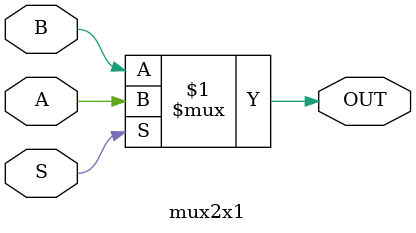
<source format=v>
 module mux2x1(
	A,
	B,
	S,
	OUT);
	
	//Definição de INPUTS
	input A;
	input B;
	input S;

	//Definição de OUTPUTS
	output OUT;
	
	//LOGICA
	assign OUT=S?A:B;	
endmodule
</source>
